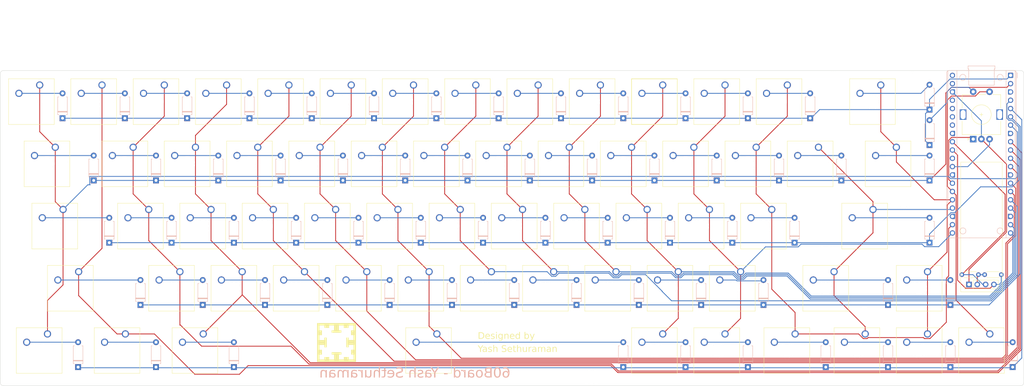
<source format=kicad_pcb>
(kicad_pcb (version 20240108) (generator "pcbnew") (generator_version "8.0")
  (layers (0 "F.Cu" signal) (31 "B.Cu" signal) (34 "B.Paste" user) (35 "F.Paste" user) (36 "B.SilkS" user "B.Silkscreen") (37 "F.SilkS" user "F.Silkscreen") (38 "B.Mask" user) (39 "F.Mask" user) (44 "Edge.Cuts" user))
  (net 0 "")
  (net 1 "col0")
  (net 2 "col1")
  (net 3 "col2")
  (net 4 "col3")
  (net 5 "col4")
  (net 6 "col5")
  (net 7 "col6")
  (net 8 "col7")
  (net 9 "col8")
  (net 10 "col9")
  (net 11 "col10")
  (net 12 "col11")
  (net 13 "col12")
  (net 14 "col13")
  (net 15 "col14")
  (net 16 "col15")
  (net 17 "row0")
  (net 18 "row1")
  (net 19 "row2")
  (net 20 "row3")
  (net 21 "row4")
  (net 22 "Net-(D_0-A)")
  (net 23 "Net-(D_1-A)")
  (net 24 "Net-(D_2-A)")
  (net 25 "Net-(D_3-A)")
  (net 26 "Net-(D_4-A)")
  (net 27 "Net-(D_5-A)")
  (net 28 "Net-(D_6-A)")
  (net 29 "Net-(D_7-A)")
  (net 30 "Net-(D_8-A)")
  (net 31 "Net-(D_9-A)")
  (net 32 "Net-(D_10-A)")
  (net 33 "Net-(D_11-A)")
  (net 34 "Net-(D_12-A)")
  (net 35 "Net-(D_13-A)")
  (net 36 "Net-(D_14-A)")
  (net 37 "Net-(D_15-A)")
  (net 38 "Net-(D_16-A)")
  (net 39 "Net-(D_17-A)")
  (net 40 "Net-(D_18-A)")
  (net 41 "Net-(D_19-A)")
  (net 42 "Net-(D_20-A)")
  (net 43 "Net-(D_21-A)")
  (net 44 "Net-(D_22-A)")
  (net 45 "Net-(D_23-A)")
  (net 46 "Net-(D_24-A)")
  (net 47 "Net-(D_25-A)")
  (net 48 "Net-(D_26-A)")
  (net 49 "Net-(D_27-A)")
  (net 50 "Net-(D_28-A)")
  (net 51 "Net-(D_29-A)")
  (net 52 "Net-(D_30-A)")
  (net 53 "Net-(D_31-A)")
  (net 54 "Net-(D_32-A)")
  (net 55 "Net-(D_33-A)")
  (net 56 "Net-(D_34-A)")
  (net 57 "Net-(D_35-A)")
  (net 58 "Net-(D_36-A)")
  (net 59 "Net-(D_37-A)")
  (net 60 "Net-(D_38-A)")
  (net 61 "Net-(D_39-A)")
  (net 62 "Net-(D_40-A)")
  (net 63 "Net-(D_41-A)")
  (net 64 "Net-(D_42-A)")
  (net 65 "Net-(D_43-A)")
  (net 66 "Net-(D_44-A)")
  (net 67 "Net-(D_45-A)")
  (net 68 "Net-(D_46-A)")
  (net 69 "Net-(D_47-A)")
  (net 70 "Net-(D_48-A)")
  (net 71 "Net-(D_49-A)")
  (net 72 "Net-(D_50-A)")
  (net 73 "Net-(D_51-A)")
  (net 74 "Net-(D_52-A)")
  (net 75 "Net-(D_53-A)")
  (net 76 "Net-(D_54-A)")
  (net 77 "Net-(D_55-A)")
  (net 78 "Net-(D_56-A)")
  (net 79 "Net-(D_57-A)")
  (net 80 "Net-(D_58-A)")
  (net 81 "Net-(D_59-A)")
  (net 82 "Net-(D_60-A)")
  (net 83 "Net-(D_61-A)")
  (net 84 "Net-(D_62-A)")
  (net 85 "Net-(D_63-A)")
  (net 86 "Net-(D_65-A)")
  (net 87 "GND")
  (net 88 "Net-(J1-Pin_4)")
  (net 89 "+5V")
  (net 90 "Net-(J1-Pin_3)")
  (net 91 "1A")
  (net 92 "1B")
  (footprint "Button_Switch_Keyboard:SW_Cherry_MX_1.00u_PCB" (layer "F.Cu") (at 323.4025 137.545)
    (property "Reference" "K_39" (hide yes))
    (property "Value" "KEYSW" (hide yes))
  )
  (footprint "Button_Switch_Keyboard:SW_Cherry_MX_1.00u_PCB" (layer "F.Cu") (at 218.6275 156.595)
    (property "Reference" "K_46" (hide yes))
    (property "Value" "KEYSW" (hide yes))
  )
  (footprint "Button_Switch_Keyboard:SW_Cherry_MX_2.00u_PCB" (layer "F.Cu") (at 356.74 99.445)
    (property "Reference" "K_13" (hide yes))
    (property "Value" "KEYSW" (hide yes))
  )
  (footprint "Button_Switch_Keyboard:SW_Cherry_MX_1.00u_PCB" (layer "F.Cu") (at 199.5775 156.595)
    (property "Reference" "K_45" (hide yes))
    (property "Value" "KEYSW" (hide yes))
  )
  (footprint "Button_Switch_Keyboard:SW_Cherry_MX_1.00u_PCB" (layer "F.Cu") (at 266.2525 137.545)
    (property "Reference" "K_36" (hide yes))
    (property "Value" "KEYSW" (hide yes))
  )
  (footprint "Button_Switch_Keyboard:SW_Cherry_MX_1.00u_PCB" (layer "F.Cu") (at 194.815 99.445)
    (property "Reference" "K_5" (hide yes))
    (property "Value" "KEYSW" (hide yes))
  )
  (footprint "Button_Switch_Keyboard:SW_Cherry_MX_1.00u_PCB" (layer "F.Cu") (at 318.64 118.495)
    (property "Reference" "K_25" (hide yes))
    (property "Value" "KEYSW" (hide yes))
  )
  (footprint "Button_Switch_Keyboard:SW_Cherry_MX_1.00u_PCB" (layer "F.Cu") (at 237.6775 156.595)
    (property "Reference" "K_47" (hide yes))
    (property "Value" "KEYSW" (hide yes))
  )
  (footprint "Button_Switch_Keyboard:SW_Cherry_MX_1.00u_PCB" (layer "F.Cu") (at 271.015 99.445)
    (property "Reference" "K_9" (hide yes))
    (property "Value" "KEYSW" (hide yes))
  )
  (footprint "Button_Switch_Keyboard:SW_Cherry_MX_1.00u_PCB" (layer "F.Cu") (at 304.3525 137.545)
    (property "Reference" "K_38" (hide yes))
    (property "Value" "KEYSW" (hide yes))
  )
  (footprint "Button_Switch_Keyboard:SW_Cherry_MX_1.00u_PCB" (layer "F.Cu") (at 309.115 99.445)
    (property "Reference" "K_11" (hide yes))
    (property "Value" "KEYSW" (hide yes))
  )
  (footprint "Button_Switch_Keyboard:SW_Cherry_MX_2.25u_PCB" (layer "F.Cu") (at 111.47125 156.595)
    (property "Reference" "K_41" (hide yes))
    (property "Value" "KEYSW" (hide yes))
  )
  (footprint "Button_Switch_Keyboard:SW_Cherry_MX_1.00u_PCB" (layer "F.Cu") (at 204.34 118.495)
    (property "Reference" "K_19" (hide yes))
    (property "Value" "KEYSW" (hide yes))
  )
  (footprint "Button_Switch_Keyboard:SW_Cherry_MX_1.00u_PCB" (layer "F.Cu") (at 275.7775 156.595)
    (property "Reference" "K_49" (hide yes))
    (property "Value" "KEYSW" (hide yes))
  )
  (footprint "Button_Switch_Keyboard:SW_Cherry_MX_1.50u_PCB" (layer "F.Cu") (at 104.3275 118.495)
    (property "Reference" "K_14" (hide yes))
    (property "Value" "KEYSW" (hide yes))
  )
  (footprint "Button_Switch_Keyboard:SW_Cherry_MX_2.25u_PCB" (layer "F.Cu") (at 354.35875 137.545)
    (property "Reference" "K_40" (hide yes))
    (property "Value" "KEYSW" (hide yes))
  )
  (footprint "Button_Switch_Keyboard:SW_Cherry_MX_1.00u_PCB" (layer "F.Cu") (at 161.4775 156.595)
    (property "Reference" "K_43" (hide yes))
    (property "Value" "KEYSW" (hide yes))
  )
  (footprint "Button_Switch_Keyboard:SW_Cherry_MX_1.00u_PCB" (layer "F.Cu") (at 290.065 99.445)
    (property "Reference" "K_10" (hide yes))
    (property "Value" "KEYSW" (hide yes))
  )
  (footprint "Button_Switch_Keyboard:SW_Cherry_MX_1.00u_PCB" (layer "F.Cu") (at 313.8775 156.595)
    (property "Reference" "K_51" (hide yes))
    (property "Value" "KEYSW" (hide yes))
  )
  (footprint "Button_Switch_Keyboard:SW_Cherry_MX_1.00u_PCB" (layer "F.Cu") (at 209.1025 137.545)
    (property "Reference" "K_33" (hide yes))
    (property "Value" "KEYSW" (hide yes))
  )
  (footprint "Button_Switch_Keyboard:SW_Cherry_MX_1.00u_PCB" (layer "F.Cu") (at 256.7275 156.595)
    (property "Reference" "K_48" (hide yes))
    (property "Value" "KEYSW" (hide yes))
  )
  (footprint "Button_Switch_Keyboard:SW_Cherry_MX_1.00u_PCB" (layer "F.Cu") (at 290.065 175.645)
    (property "Reference" "K_58" (hide yes))
    (property "Value" "KEYSW" (hide yes))
  )
  (footprint "Button_Switch_Keyboard:SW_Cherry_MX_1.00u_PCB" (layer "F.Cu") (at 185.29 118.495)
    (property "Reference" "K_18" (hide yes))
    (property "Value" "KEYSW" (hide yes))
  )
  (footprint "Button_Switch_Keyboard:SW_Cherry_MX_1.25u_PCB" (layer "F.Cu") (at 149.57125 175.645)
    (property "Reference" "K_56" (hide yes))
    (property "Value" "KEYSW" (hide yes))
  )
  (footprint "Button_Switch_Keyboard:SW_Cherry_MX_1.00u_PCB" (layer "F.Cu") (at 223.39 118.495)
    (property "Reference" "K_20" (hide yes))
    (property "Value" "KEYSW" (hide yes))
  )
  (footprint "Button_Switch_Keyboard:SW_Cherry_MX_1.00u_PCB" (layer "F.Cu") (at 351.9775 175.645)
    (property "Reference" "K_61" (hide yes))
    (property "Value" "KEYSW" (hide yes))
  )
  (footprint "Button_Switch_Keyboard:SW_Cherry_MX_1.00u_PCB" (layer "F.Cu") (at 280.54 118.495)
    (property "Reference" "K_23" (hide yes))
    (property "Value" "KEYSW" (hide yes))
  )
  (footprint "Button_Switch_Keyboard:SW_Cherry_MX_1.00u_PCB" (layer "F.Cu") (at 371.0275 175.645)
    (property "Reference" "K_62" (hide yes))
    (property "Value" "KEYSW" (hide yes))
  )
  (footprint "Button_Switch_Keyboard:SW_Cherry_MX_1.00u_PCB" (layer "F.Cu") (at 294.8275 156.595)
    (property "Reference" "K_50" (hide yes))
    (property "Value" "KEYSW" (hide yes))
  )
  (footprint "SSD1306_OLED:0.91_3D" (layer "F.Cu") (at 383.7125 160.5 90)
    (property "Reference" "J1" (hide yes))
    (property "Value" "OLED_DISPLAY" (hide yes))
  )
  (footprint "Button_Switch_Keyboard:SW_Cherry_MX_1.00u_PCB" (layer "F.Cu") (at 128.14 118.495)
    (property "Reference" "K_15" (hide yes))
    (property "Value" "KEYSW" (hide yes))
  )
  (footprint "Button_Switch_Keyboard:SW_Cherry_MX_1.00u_PCB" (layer "F.Cu") (at 261.49 118.495)
    (property "Reference" "K_22" (hide yes))
    (property "Value" "KEYSW" (hide yes))
  )
  (footprint "Button_Switch_Keyboard:SW_Cherry_MX_1.00u_PCB" (layer "F.Cu") (at 166.24 118.495)
    (property "Reference" "K_17" (hide yes))
    (property "Value" "KEYSW" (hide yes))
  )
  (footprint "Button_Switch_Keyboard:SW_Cherry_MX_1.00u_PCB" (layer "F.Cu") (at 137.665 99.445)
    (property "Reference" "K_2" (hide yes))
    (property "Value" "KEYSW" (hide yes))
  )
  (footprint "Button_Switch_Keyboard:SW_Cherry_MX_1.00u_PCB" (layer "F.Cu") (at 151.9525 137.545)
    (property "Reference" "K_30" (hide yes))
    (property "Value" "KEYSW" (hide yes))
  )
  (footprint "Button_Switch_Keyboard:SW_Cherry_MX_1.50u_PCB" (layer "F.Cu") (at 361.5025 118.495)
    (property "Reference" "K_27" (hide yes))
    (property "Value" "KEYSW" (hide yes))
  )
  (footprint "Button_Switch_Keyboard:SW_Cherry_MX_1.00u_PCB" (layer "F.Cu") (at 242.44 118.495)
    (property "Reference" "K_21" (hide yes))
    (property "Value" "KEYSW" (hide yes))
  )
  (footprint "Button_Switch_Keyboard:SW_Cherry_MX_1.00u_PCB" (layer "F.Cu") (at 132.9025 137.545)
    (property "Reference" "K_29" (hide yes))
    (property "Value" "KEYSW" (hide yes))
  )
  (footprint "Button_Switch_Keyboard:SW_Cherry_MX_1.00u_PCB" (layer "F.Cu") (at 309.115 175.645)
    (property "Reference" "K_59" (hide yes))
    (property "Value" "KEYSW" (hide yes))
  )
  (footprint "Button_Switch_Keyboard:SW_Cherry_MX_1.00u_PCB" (layer "F.Cu") (at 337.69 118.495)
    (property "Reference" "K_26" (hide yes))
    (property "Value" "KEYSW" (hide yes))
  )
  (footprint "Button_Switch_Keyboard:SW_Cherry_MX_1.00u_PCB" (layer "F.Cu") (at 371.0275 156.595)
    (property "Reference" "K_53" (hide yes))
    (property "Value" "KEYSW" (hide yes))
  )
  (footprint "Resistor_THT:R_Axial_DIN0204_L3.6mm_D1.6mm_P5.08mm_Horizontal" (layer "F.Cu") (at 388.5 157.5)
    (property "Reference" "R1" (hide yes))
    (property "Value" "4.7k" (hide yes))
  )
  (footprint "Button_Switch_Keyboard:SW_Cherry_MX_1.00u_PCB" (layer "F.Cu") (at 251.965 99.445)
    (property "Reference" "K_8" (hide yes))
    (property "Value" "KEYSW" (hide yes))
  )
  (footprint "Button_Switch_Keyboard:SW_Cherry_MX_1.00u_PCB" (layer "F.Cu") (at 171.0025 137.545)
    (property "Reference" "K_31" (hide yes))
    (property "Value" "KEYSW" (hide yes))
  )
  (footprint "Button_Switch_Keyboard:SW_Cherry_MX_1.00u_PCB" (layer "F.Cu") (at 118.615 99.445)
    (property "Reference" "K_1" (hide yes))
    (property "Value" "KEYSW" (hide yes))
  )
  (footprint "Button_Switch_Keyboard:SW_Cherry_MX_1.25u_PCB" (layer "F.Cu") (at 330.54625 175.645)
    (property "Reference" "K_60" (hide yes))
    (property "Value" "KEYSW" (hide yes))
  )
  (footprint "Button_Switch_Keyboard:SW_Cherry_MX_1.25u_PCB" (layer "F.Cu") (at 125.75875 175.645)
    (property "Reference" "K_55" (hide yes))
    (property "Value" "KEYSW" (hide yes))
  )
  (footprint "Button_Switch_Keyboard:SW_Cherry_MX_1.00u_PCB" (layer "F.Cu") (at 156.715 99.445)
    (property "Reference" "K_3" (hide yes))
    (property "Value" "KEYSW" (hide yes))
  )
  (footprint "Button_Switch_Keyboard:SW_Cherry_MX_1.00u_PCB" (layer "F.Cu") (at 285.3025 137.545)
    (property "Reference" "K_37" (hide yes))
    (property "Value" "KEYSW" (hide yes))
  )
  (footprint "Rotary_Encoder:RotaryEncoder_Alps_EC11E-Switch_Vertical_H20mm" (layer "F.Cu") (at 385 116 90)
    (property "Reference" "SW1" (hide yes))
    (property "Value" "RotaryEncoder_Switch" (hide yes))
  )
  (footprint "Button_Switch_Keyboard:SW_Cherry_MX_1.00u_PCB" (layer "F.Cu") (at 232.915 99.445)
    (property "Reference" "K_7" (hide yes))
    (property "Value" "KEYSW" (hide yes))
  )
  (footprint "Button_Switch_Keyboard:SW_Cherry_MX_1.75u_PCB" (layer "F.Cu") (at 106.70875 137.545)
    (property "Reference" "K_28" (hide yes))
    (property "Value" "KEYSW" (hide yes))
  )
  (footprint "Button_Switch_Keyboard:SW_Cherry_MX_1.00u_PCB" (layer "F.Cu") (at 328.165 99.445)
    (property "Reference" "K_12" (hide yes))
    (property "Value" "KEYSW" (hide yes))
  )
  (footprint "Button_Switch_Keyboard:SW_Cherry_MX_1.25u_PCB" (layer "F.Cu") (at 101.94625 175.645)
    (property "Reference" "K_54" (hide yes))
    (property "Value" "KEYSW" (hide yes))
  )
  (footprint "Button_Switch_Keyboard:SW_Cherry_MX_1.00u_PCB" (layer "F.Cu") (at 213.865 99.445)
    (property "Reference" "K_6" (hide yes))
    (property "Value" "KEYSW" (hide yes))
  )
  (footprint "Button_Switch_Keyboard:SW_Cherry_MX_1.00u_PCB" (layer "F.Cu") (at 299.59 118.495)
    (property "Reference" "K_24" (hide yes))
    (property "Value" "KEYSW" (hide yes))
  )
  (footprint "Button_Switch_Keyboard:SW_Cherry_MX_1.00u_PCB" (layer "F.Cu") (at 190.0525 137.545)
    (property "Reference" "K_32" (hide yes))
    (property "Value" "KEYSW" (hide yes))
  )
  (footprint "Button_Switch_Keyboard:SW_Cherry_MX_1.00u_PCB" (layer "F.Cu") (at 228.1525 137.545)
    (property "Reference" "K_34" (hide yes))
    (property "Value" "KEYSW" (hide yes))
  )
  (footprint "Button_Switch_Keyboard:SW_Cherry_MX_1.00u_PCB" (layer "F.Cu") (at 390.0775 175.645)
    (property "Reference" "K_63" (hide yes))
    (property "Value" "KEYSW" (hide yes))
  )
  (footprint "Button_Switch_Keyboard:SW_Cherry_MX_1.00u_PCB" (layer "F.Cu") (at 142.4275 156.595)
    (property "Reference" "K_42" (hide yes))
    (property "Value" "KEYSW" (hide yes))
  )
  (footprint "Button_Switch_Keyboard:SW_Cherry_MX_1.00u_PCB" (layer "F.Cu") (at 99.565 99.445)
    (property "Reference" "K_0" (hide yes))
    (property "Value" "KEYSW" (hide yes))
  )
  (footprint "Button_Switch_Keyboard:SW_Cherry_MX_6.25u_PCB" (layer "F.Cu") (at 221.009 175.645)
    (property "Reference" "K_57" (hide yes))
    (property "Value" "KEYSW" (hide yes))
  )
  (footprint "Button_Switch_Keyboard:SW_Cherry_MX_1.00u_PCB" (layer "F.Cu") (at 175.765 99.445)
    (property "Reference" "K_4" (hide yes))
    (property "Value" "KEYSW" (hide yes))
  )
  (footprint "Button_Switch_Keyboard:SW_Cherry_MX_1.00u_PCB" (layer "F.Cu") (at 180.5275 156.595)
    (property "Reference" "K_44" (hide yes))
    (property "Value" "KEYSW" (hide yes))
  )
  (footprint "Resistor_THT:R_Axial_DIN0204_L3.6mm_D1.6mm_P5.08mm_Horizontal" (layer "F.Cu") (at 386.6 157.5 180)
    (property "Reference" "R2" (hide yes))
    (property "Value" "4.7k" (hide yes))
  )
  (footprint "Button_Switch_Keyboard:SW_Cherry_MX_2.00u_PCB" (layer "F.Cu") (at 342.4525 156.595)
    (property "Reference" "K_52" (hide yes))
    (property "Value" "KEYSW" (hide yes))
  )
  (footprint "Button_Switch_Keyboard:SW_Cherry_MX_1.00u_PCB" (layer "F.Cu") (at 247.2025 137.545)
    (property "Reference" "K_35" (hide yes))
    (property "Value" "KEYSW" (hide yes))
  )
  (footprint "Button_Switch_Keyboard:SW_Cherry_MX_1.00u_PCB" (layer "F.Cu") (at 147.19 118.495)
    (property "Reference" "K_16" (hide yes))
    (property "Value" "KEYSW" (hide yes))
  )
  (footprint "Diode_THT:D_A-405_P7.62mm_Horizontal" (layer "B.Cu") (at 330.3875 147.705 90)
    (property "Reference" "D_39" (hide yes))
    (property "Value" "D" (hide yes))
  )
  (footprint "Diode_THT:D_A-405_P7.62mm_Horizontal" (layer "B.Cu") (at 292.2875 147.705 90)
    (property "Reference" "D_37" (hide yes))
    (property "Value" "D" (hide yes))
  )
  (footprint "Diode_THT:D_A-405_P7.62mm_Horizontal" (layer "B.Cu") (at 149.4125 166.755 90)
    (property "Reference" "D_42" (hide yes))
    (property "Value" "D" (hide yes))
  )
  (footprint "Diode_THT:D_A-405_P7.62mm_Horizontal" (layer "B.Cu") (at 135.125 185.805 90)
    (property "Reference" "D_55" (hide yes))
    (property "Value" "D" (hide yes))
  )
  (footprint "Diode_THT:D_A-405_P7.62mm_Horizontal" (layer "B.Cu") (at 358.9625 185.805 90)
    (property "Reference" "D_61" (hide yes))
    (property "Value" "D" (hide yes))
  )
  (footprint "Diode_THT:D_A-405_P7.62mm_Horizontal" (layer "B.Cu") (at 371.65 117.81 90)
    (property "Reference" "D_65" (hide yes))
    (property "Value" "D" (hide yes))
  )
  (footprint "Diode_THT:D_A-405_P7.62mm_Horizontal" (layer "B.Cu") (at 306.575 128.655 90)
    (property "Reference" "D_24" (hide yes))
    (property "Value" "D" (hide yes))
  )
  (footprint "Diode_THT:D_A-405_P7.62mm_Horizontal" (layer "B.Cu") (at 268.475 128.655 90)
    (property "Reference" "D_22" (hide yes))
    (property "Value" "D" (hide yes))
  )
  (footprint "Diode_THT:D_A-405_P7.62mm_Horizontal" (layer "B.Cu") (at 106.55 109.605 90)
    (property "Reference" "D_0" (hide yes))
    (property "Value" "D" (hide yes))
  )
  (footprint "Diode_THT:D_A-405_P7.62mm_Horizontal" (layer "B.Cu") (at 173.225 128.655 90)
    (property "Reference" "D_17" (hide yes))
    (property "Value" "D" (hide yes))
  )
  (footprint "Diode_THT:D_A-405_P7.62mm_Horizontal" (layer "B.Cu") (at 125.6 109.605 90)
    (property "Reference" "D_1" (hide yes))
    (property "Value" "D" (hide yes))
  )
  (footprint "Diode_THT:D_A-405_P7.62mm_Horizontal" (layer "B.Cu") (at 339.9125 185.805 90)
    (property "Reference" "D_60" (hide yes))
    (property "Value" "D" (hide yes))
  )
  (footprint "Diode_THT:D_A-405_P7.62mm_Horizontal" (layer "B.Cu") (at 254.1875 147.705 90)
    (property "Reference" "D_35" (hide yes))
    (property "Value" "D" (hide yes))
  )
  (footprint "Diode_THT:D_A-405_P7.62mm_Horizontal" (layer "B.Cu") (at 397.0625 185.805 90)
    (property "Reference" "D_63" (hide yes))
    (property "Value" "D" (hide yes))
  )
  (footprint "Diode_THT:D_A-405_P7.62mm_Horizontal" (layer "B.Cu") (at 278 109.605 90)
    (property "Reference" "D_9" (hide yes))
    (property "Value" "D" (hide yes))
  )
  (footprint "RaspberryPi_Pico_KiLime:RaspberryPi_Pico_Common_THT" (layer "B.Cu") (at 387.5375 120.61 180)
    (property "Reference" "U1" (hide yes))
    (property "Value" "Pico" (hide yes))
  )
  (footprint "Diode_THT:D_A-405_P7.62mm_Horizontal" (layer "B.Cu") (at 144.65 109.605 90)
    (property "Reference" "D_2" (hide yes))
    (property "Value" "D" (hide yes))
  )
  (footprint "Diode_THT:D_A-405_P7.62mm_Horizontal" (layer "B.Cu") (at 335.15 109.605 90)
    (property "Reference" "D_12" (hide yes))
    (property "Value" "D" (hide yes))
  )
  (footprint "Diode_THT:D_A-405_P7.62mm_Horizontal" (layer "B.Cu") (at 187.5125 166.755 90)
    (property "Reference" "D_44" (hide yes))
    (property "Value" "D" (hide yes))
  )
  (footprint "Diode_THT:D_A-405_P7.62mm_Horizontal" (layer "B.Cu") (at 344.675 128.655 90)
    (property "Reference" "D_26" (hide yes))
    (property "Value" "D" (hide yes))
  )
  (footprint "Diode_THT:D_A-405_P7.62mm_Horizontal" (layer "B.Cu") (at 177.9875 147.705 90)
    (property "Reference" "D_31" (hide yes))
    (property "Value" "D" (hide yes))
  )
  (footprint "Diode_THT:D_A-405_P7.62mm_Horizontal" (layer "B.Cu") (at 154.175 128.655 90)
    (property "Reference" "D_16" (hide yes))
    (property "Value" "D" (hide yes))
  )
  (footprint "Diode_THT:D_A-405_P7.62mm_Horizontal" (layer "B.Cu") (at 216.0875 147.705 90)
    (property "Reference" "D_33" (hide yes))
    (property "Value" "D" (hide yes))
  )
  (footprint "Diode_THT:D_A-405_P7.62mm_Horizontal" (layer "B.Cu") (at 378.0125 185.805 90)
    (property "Reference" "D_62" (hide yes))
    (property "Value" "D" (hide yes))
  )
  (footprint "Diode_THT:D_A-405_P7.62mm_Horizontal" (layer "B.Cu") (at 230.375 128.655 90)
    (property "Reference" "D_20" (hide yes))
    (property "Value" "D" (hide yes))
  )
  (footprint "Diode_THT:D_A-405_P7.62mm_Horizontal" (layer "B.Cu") (at 201.8 109.605 90)
    (property "Reference" "D_5" (hide yes))
    (property "Value" "D" (hide yes))
  )
  (footprint "Diode_THT:D_A-405_P7.62mm_Horizontal" (layer "B.Cu") (at 168.4625 166.755 90)
    (property "Reference" "D_43" (hide yes))
    (property "Value" "D" (hide yes))
  )
  (footprint "Diode_THT:D_A-405_P7.62mm_Horizontal" (layer "B.Cu") (at 297.05 185.805 90)
    (property "Reference" "D_58" (hide yes))
    (property "Value" "D" (hide yes))
  )
  (footprint "Diode_THT:D_A-405_P7.62mm_Horizontal" (layer "B.Cu") (at 325.625 128.655 90)
    (property "Reference" "D_25" (hide yes))
    (property "Value" "D" (hide yes))
  )
  (footprint "Diode_THT:D_A-405_P7.62mm_Horizontal" (layer "B.Cu") (at 258.95 109.605 90)
    (property "Reference" "D_8" (hide yes))
    (property "Value" "D" (hide yes))
  )
  (footprint "Diode_THT:D_A-405_P7.62mm_Horizontal" (layer "B.Cu") (at 358.9625 166.755 90)
    (property "Reference" "D_52" (hide yes))
    (property "Value" "D" (hide yes))
  )
  (footprint "Diode_THT:D_A-405_P7.62mm_Horizontal" (layer "B.Cu") (at 244.6625 166.755 90)
    (property "Reference" "D_47" (hide yes))
    (property "Value" "D" (hide yes))
  )
  (footprint "Diode_THT:D_A-405_P7.62mm_Horizontal" (layer "B.Cu") (at 273.2375 147.705 90)
    (property "Reference" "D_36" (hide yes))
    (property "Value" "D" (hide yes))
  )
  (footprint "Diode_THT:D_A-405_P7.62mm_Horizontal" (layer "B.Cu") (at 263.7125 166.755 90)
    (property "Reference" "D_48" (hide yes))
    (property "Value" "D" (hide yes))
  )
  (footprint "Diode_THT:D_A-405_P7.62mm_Horizontal" (layer "B.Cu") (at 130.3625 166.755 90)
    (property "Reference" "D_41" (hide yes))
    (property "Value" "D" (hide yes))
  )
  (footprint "Diode_THT:D_A-405_P7.62mm_Horizontal" (layer "B.Cu") (at 297.05 109.605 90)
    (property "Reference" "D_10" (hide yes))
    (property "Value" "D" (hide yes))
  )
  (footprint "Diode_THT:D_A-405_P7.62mm_Horizontal" (layer "B.Cu") (at 182.75 109.605 90)
    (property "Reference" "D_4" (hide yes))
    (property "Value" "D" (hide yes))
  )
  (footprint "Diode_THT:D_A-405_P7.62mm_Horizontal" (layer "B.Cu") (at 225.6125 166.755 90)
    (property "Reference" "D_46" (hide yes))
    (property "Value" "D" (hide yes))
  )
  (footprint "Diode_THT:D_A-405_P7.62mm_Horizontal" (layer "B.Cu") (at 371.65 106.965 90)
    (property "Reference" "D_13" (hide yes))
    (property "Value" "D" (hide yes))
  )
  (footprint "Diode_THT:D_A-405_P7.62mm_Horizontal" (layer "B.Cu") (at 120.8375 147.705 90)
    (property "Reference" "D_28" (hide yes))
    (property "Value" "D" (hide yes))
  )
  (footprint "Diode_THT:D_A-405_P7.62mm_Horizontal" (layer "B.Cu") (at 135.125 128.655 90)
    (property "Reference" "D_15" (hide yes))
    (property "Value" "D" (hide yes))
  )
  (footprint "Diode_THT:D_A-405_P7.62mm_Horizontal" (layer "B.Cu") (at 206.5625 166.755 90)
    (property "Reference" "D_45" (hide yes))
    (property "Value" "D" (hide yes))
  )
  (footprint "Diode_THT:D_A-405_P7.62mm_Horizontal" (layer "B.Cu") (at 371.65 147.705 90)
    (property "Reference" "D_40" (hide yes))
    (property "Value" "D" (hide yes))
  )
  (footprint "Diode_THT:D_A-405_P7.62mm_Horizontal" (layer "B.Cu") (at 211.325 128.655 90)
    (property "Reference" "D_19" (hide yes))
    (property "Value" "D" (hide yes))
  )
  (footprint "Diode_THT:D_A-405_P7.62mm_Horizontal" (layer "B.Cu") (at 311.3375 147.705 90)
    (property "Reference" "D_38" (hide yes))
    (property "Value" "D" (hide yes))
  )
  (footprint "Diode_THT:D_A-405_P7.62mm_Horizontal" (layer "B.Cu") (at 111.3125 185.805 90)
    (property "Reference" "D_54" (hide yes))
    (property "Value" "D" (hide yes))
  )
  (footprint "Diode_THT:D_A-405_P7.62mm_Horizontal" (layer "B.Cu") (at 282.7625 166.755 90)
    (property "Reference" "D_49" (hide yes))
    (property "Value" "D" (hide yes))
  )
  (footprint "Diode_THT:D_A-405_P7.62mm_Horizontal" (layer "B.Cu") (at 278 185.805 90)
    (property "Reference" "D_57" (hide yes))
    (property "Value" "D" (hide yes))
  )
  (footprint "Diode_THT:D_A-405_P7.62mm_Horizontal" (layer "B.Cu") (at 316.1 109.605 90)
    (property "Reference" "D_11" (hide yes))
    (property "Value" "D" (hide yes))
  )
  (footprint "Diode_THT:D_A-405_P7.62mm_Horizontal" (layer "B.Cu") (at 235.1375 147.705 90)
    (property "Reference" "D_34" (hide yes))
    (property "Value" "D" (hide yes))
  )
  (footprint "Diode_THT:D_A-405_P7.62mm_Horizontal" (layer "B.Cu") (at 320.8625 166.755 90)
    (property "Reference" "D_51" (hide yes))
    (property "Value" "D" (hide yes))
  )
  (footprint "Diode_THT:D_A-405_P7.62mm_Horizontal" (layer "B.Cu") (at 378.0125 166.755 90)
    (property "Reference" "D_53" (hide yes))
    (property "Value" "D" (hide yes))
  )
  (footprint "Diode_THT:D_A-405_P7.62mm_Horizontal" (layer "B.Cu") (at 371.6495 128.655 90)
    (property "Reference" "D_27" (hide yes))
    (property "Value" "D" (hide yes))
  )
  (footprint "Diode_THT:D_A-405_P7.62mm_Horizontal" (layer "B.Cu") (at 220.85 109.605 90)
    (property "Reference" "D_6" (hide yes))
    (property "Value" "D" (hide yes))
  )
  (footprint "Diode_THT:D_A-405_P7.62mm_Horizontal" (layer "B.Cu") (at 239.9 109.605 90)
    (property "Reference" "D_7" (hide yes))
    (property "Value" "D" (hide yes))
  )
  (footprint "Diode_THT:D_A-405_P7.62mm_Horizontal" (layer "B.Cu") (at 158.9375 147.705 90)
    (property "Reference" "D_30" (hide yes))
    (property "Value" "D" (hide yes))
  )
  (footprint "Diode_THT:D_A-405_P7.62mm_Horizontal" (layer "B.Cu") (at 116.075 128.655 90)
    (property "Reference" "D_14" (hide yes))
    (property "Value" "D" (hide yes))
  )
  (footprint "Diode_THT:D_A-405_P7.62mm_Horizontal" (layer "B.Cu") (at 249.425 128.655 90)
    (property "Reference" "D_21" (hide yes))
    (property "Value" "D" (hide yes))
  )
  (footprint "Diode_THT:D_A-405_P7.62mm_Horizontal" (layer "B.Cu") (at 163.7 109.605 90)
    (property "Reference" "D_3" (hide yes))
    (property "Value" "D" (hide yes))
  )
  (footprint "Diode_THT:D_A-405_P7.62mm_Horizontal" (layer "B.Cu") (at 197.0375 147.705 90)
    (property "Reference" "D_32" (hide yes))
    (property "Value" "D" (hide yes))
  )
  (footprint "Diode_THT:D_A-405_P7.62mm_Horizontal" (layer "B.Cu") (at 192.275 128.655 90)
    (property "Reference" "D_18" (hide yes))
    (property "Value" "D" (hide yes))
  )
  (footprint "Diode_THT:D_A-405_P7.62mm_Horizontal" (layer "B.Cu") (at 301.8125 166.755 90)
    (property "Reference" "D_50" (hide yes))
    (property "Value" "D" (hide yes))
  )
  (footprint "Diode_THT:D_A-405_P7.62mm_Horizontal" (layer "B.Cu") (at 316.1 185.805 90)
    (property "Reference" "D_59" (hide yes))
    (property "Value" "D" (hide yes))
  )
  (footprint "Diode_THT:D_A-405_P7.62mm_Horizontal" (layer "B.Cu") (at 139.8875 147.705 90)
    (property "Reference" "D_29" (hide yes))
    (property "Value" "D" (hide yes))
  )
  (footprint "Diode_THT:D_A-405_P7.62mm_Horizontal" (layer "B.Cu") (at 287.525 128.655 90)
    (property "Reference" "D_23" (hide yes))
    (property "Value" "D" (hide yes))
  )
  (footprint "Diode_THT:D_A-405_P7.62mm_Horizontal" (layer "B.Cu") (at 158.9375 185.805 90)
    (property "Reference" "D_56" (hide yes))
    (property "Value" "D" (hide yes))
  )
  (gr_rect (start 280.54 97.54) (end 294.51 111.51) (stroke (width 0.15)) (fill none) (layer "F.SilkS"))
  (gr_rect (start 381.1625 123.06675) (end 393.8625 162.75425) (stroke (width 0.1)) (fill none) (layer "F.SilkS"))
  (gr_poly (pts (xy 196.281021 184.220417) (xy 184.374771 184.220417) (xy 184.374771 174.549896) (xy 185.115605 174.549896) (xy 185.856438 174.549896) (xy 185.856438 176.031563) (xy 185.115605 176.031563) (xy 185.115605 177.526458) (xy 186.597271 177.526458) (xy 186.597271 176.785625) (xy 187.338104 176.785625) (xy 187.338104 179.748959) (xy 186.597271 179.748959) (xy 186.597271 179.008125) (xy 185.115605 179.008125) (xy 185.115605 180.503021) (xy 185.856438 180.503021) (xy 185.856438 181.984688) (xy 185.115605 181.984688) (xy 185.115605 183.466353) (xy 186.6105 183.466353) (xy 186.6105 182.72552) (xy 188.092167 182.72552) (xy 188.092167 183.466353) (xy 189.587062 183.466353) (xy 189.587062 181.984688) (xy 188.846229 181.984688) (xy 188.846229 181.243855) (xy 191.809563 181.243855) (xy 191.809563 181.984688) (xy 191.068729 181.984688) (xy 191.068729 183.453125) (xy 192.563625 183.453125) (xy 192.563625 182.712292) (xy 194.045292 182.712292) (xy 194.045292 183.453125) (xy 195.526957 183.453125) (xy 195.526957 181.971458) (xy 194.786124 181.971458) (xy 194.786124 180.489792) (xy 195.526957 180.489792) (xy 195.526957 178.994896) (xy 194.045292 178.994896) (xy 194.045292 179.73573) (xy 193.304459 179.73573) (xy 193.304459 176.759167) (xy 194.045292 176.759167) (xy 194.045292 177.5) (xy 195.5005 177.5) (xy 195.5005 176.018334) (xy 194.759666 176.018334) (xy 194.759666 174.536667) (xy 195.5005 174.536667) (xy 195.5005 173.055001) (xy 194.018833 173.055001) (xy 194.018833 173.795834) (xy 192.537167 173.795834) (xy 192.537167 173.055001) (xy 191.0555 173.055001) (xy 191.0555 174.536667) (xy 191.796334 174.536667) (xy 191.796334 175.2775) (xy 188.819771 175.2775) (xy 188.819771 174.536667) (xy 189.560604 174.536667) (xy 189.560604 173.055001) (xy 188.078938 173.055001) (xy 188.078938 173.795834) (xy 186.597271 173.795834) (xy 186.597271 173.055001) (xy 185.115605 173.055001) (xy 185.115605 174.549896) (xy 184.374771 174.549896) (xy 184.374771 172.314167) (xy 196.281021 172.314167)) (stroke (width -0.000001)) (fill solid) (layer "F.SilkS"))
  (gr_line (start 87.5005 96) (end 87.5005 189.25) (stroke (width 0.1)) (layer "Edge.Cuts"))
  (gr_arc (start 400.499393 190.5) (mid 400.206499 191.207104) (end 399.499393 191.5) (stroke (width 0.1)) (layer "Edge.Cuts"))
  (gr_arc (start 87.5005 96) (mid 87.793393 95.292893) (end 88.5005 95) (stroke (width 0.1)) (layer "Edge.Cuts"))
  (gr_line (start 399.4995 95) (end 88.5005 95) (stroke (width 0.1)) (layer "Edge.Cuts"))
  (gr_line (start 400.5 189.25) (end 400.5 96) (stroke (width 0.1)) (layer "Edge.Cuts"))
  (gr_line (start 400.5 189.25) (end 400.499393 190.5) (stroke (width 0.1)) (layer "Edge.Cuts"))
  (gr_arc (start 88.5 191.5) (mid 87.792893 191.207107) (end 87.5 190.5) (stroke (width 0.1)) (layer "Edge.Cuts"))
  (gr_arc (start 399.5 95) (mid 400.207107 95.292893) (end 400.5 96) (stroke (width 0.1)) (layer "Edge.Cuts"))
  (gr_line (start 87.5005 189.25) (end 87.5 190.5) (stroke (width 0.1)) (layer "Edge.Cuts"))
  (gr_line (start 88.5 191.5) (end 399.499 191.5) (stroke (width 0.1)) (layer "Edge.Cuts"))
  (gr_text "60Board - Yash Sethuraman" (at 243.5 189.5 0) (layer "B.SilkS") (effects (font (size 3 3)) (justify left bottom mirror)))
  (gr_text "Yash Sethuraman" (at 233.5005 181.5 0) (layer "F.SilkS") (effects (font (size 2 2) (thickness 0.375)) (justify left bottom)))
  (gr_text "Designed by" (at 233.5005 177.5 0) (layer "F.SilkS") (effects (font (size 2 2) (thickness 0.375)) (justify left bottom)))
  (segment (start 104.3275 118.495) (end 104.3275 135.16375) (width 0.25) (layer "F.Cu") (net 1))
  (segment (start 106.70875 137.545) (end 106.70875 160.62875) (width 0.25) (layer "F.Cu") (net 1))
  (segment (start 106.70875 160.62875) (end 101.94625 165.39125) (width 0.25) (layer "F.Cu") (net 1))
  (segment (start 101.94625 165.39125) (end 101.94625 175.645) (width 0.25) (layer "F.Cu") (net 1))
  (segment (start 104.3275 135.16375) (end 106.70875 137.545) (width 0.25) (layer "F.Cu") (net 1))
  (segment (start 99.565 99.445) (end 99.565 113.7325) (width 0.25) (layer "F.Cu") (net 1))
  (segment (start 99.565 113.7325) (end 104.3275 118.495) (width 0.25) (layer "F.Cu") (net 1))
  (segment (start 377.43 127.43) (end 378.095031 128.095031) (width 0.25) (layer "B.Cu") (net 1))
  (segment (start 114.85 129.85) (end 114.85 127.43) (width 0.25) (layer "B.Cu") (net 1))
  (segment (start 115 130) (end 114.85 129.85) (width 0.25) (layer "B.Cu") (net 1))
  (segment (start 396.4275 111.983833) (end 396.4275 111.72) (width 0.25) (layer "B.Cu") (net 1))
  (segment (start 378.095031 128.095031) (end 397.904969 128.095031) (width 0.25) (layer "B.Cu") (net 1))
  (segment (start 398.5 127.5) (end 398.5 113.7925) (width 0.25) (layer "B.Cu") (net 1))
  (segment (start 106.70875 137.545) (end 114.25375 130) (width 0.25) (layer "B.Cu") (net 1))
  (segment (start 397.904969 128.095031) (end 398.5 127.5) (width 0.25) (layer "B.Cu") (net 1))
  (segment (start 114.85 127.43) (end 377.43 127.43) (width 0.25) (layer "B.Cu") (net 1))
  (segment (start 114.25375 130) (end 115 130) (width 0.25) (layer "B.Cu") (net 1))
  (segment (start 398.5 113.7925) (end 396.4275 111.72) (width 0.25) (layer "B.Cu") (net 1))
  (segment (start 163.286896 185.35) (end 274.214104 185.35) (width 0.25) (layer "F.Cu") (net 2))
  (segment (start 118.615 99.445) (end 118.615 149.45125) (width 0.25) (layer "F.Cu") (net 2))
  (segment (start 111.47125 163.913757) (end 123.202493 175.645) (width 0.25) (layer "F.Cu") (net 2))
  (segment (start 147.0005 188) (end 160.636896 188) (width 0.25) (layer "F.Cu") (net 2))
  (segment (start 118.615 149.45125) (end 111.47125 156.595) (width 0.25) (layer "F.Cu") (net 2))
  (segment (start 274.214104 185.35) (end 276.344104 187.48) (width 0.25) (layer "F.Cu") (net 2))
  (segment (start 399.85 180.33198) (end 399.85 120.185031) (width 0.25) (layer "F.Cu") (net 2))
  (segment (start 276.344104 187.48) (end 392.70198 187.48) (width 0.25) (layer "F.Cu") (net 2))
  (segment (start 125.75875 175.645) (end 134.6455 175.645) (width 0.25) (layer "F.Cu") (net 2))
  (segment (start 134.6455 175.645) (end 147.0005 188) (width 0.25) (layer "F.Cu") (net 2))
  (segment (start 111.47125 156.595) (end 111.47125 163.913757) (width 0.25) (layer "F.Cu") (net 2))
  (segment (start 399.85 120.185031) (end 396.464969 116.8) (width 0.25) (layer "F.Cu") (net 2))
  (segment (start 392.70198 187.48) (end 399.85 180.33198) (width 0.25) (layer "F.Cu") (net 2))
  (segment (start 160.636896 188) (end 163.286896 185.35) (width 0.25) (layer "F.Cu") (net 2))
  (segment (start 123.202493 175.645) (end 125.75875 175.645) (width 0.25) (layer "F.Cu") (net 2))
  (segment (start 149.075007 179.41) (end 176.4105 179.41) (width 0.25) (layer "F.Cu") (net 3))
  (segment (start 142.4275 156.595) (end 142.4275 172.927) (width 0.25) (layer "F.Cu") (net 3))
  (segment (start 276.5305 187.03) (end 392.515584 187.03) (width 0.25) (layer "F.Cu") (net 3))
  (segment (start 181.9005 184.9) (end 274.4005 184.9) (width 0.25) (layer "F.Cu") (net 3))
  (segment (start 132.9025 147.07) (end 142.4275 156.595) (width 0.25) (layer "F.Cu") (net 3))
  (segment (start 142.592007 172.927) (end 149.075007 179.41) (width 0.25) (layer "F.Cu") (net 3))
  (segment (start 128.14 118.495) (end 128.14 132.7825) (width 0.25) (layer "F.Cu") (net 3))
  (segment (start 128.14 132.7825) (end 132.9025 137.545) (width 0.25) (layer "F.Cu") (net 3))
  (segment (start 142.4275 172.927) (end 142.592007 172.927) (width 0.25) (layer "F.Cu") (net 3))
  (segment (start 137.665 99.445) (end 137.665 108.97) (width 0.25) (layer "F.Cu") (net 3))
  (segment (start 392.515584 187.03) (end 399.4 180.145584) (width 0.25) (layer "F.Cu") (net 3))
  (segment (start 274.4005 184.9) (end 276.5305 187.03) (width 0.25) (layer "F.Cu") (net 3))
  (segment (start 176.4105 179.41) (end 181.9005 184.9) (width 0.25) (layer "F.Cu") (net 3))
  (segment (start 137.665 108.97) (end 128.14 118.495) (width 0.25) (layer "F.Cu") (net 3))
  (segment (start 132.9025 137.545) (end 132.9025 147.07) (width 0.25) (layer "F.Cu") (net 3))
  (segment (start 399.4 180.145584) (end 399.4 122.275031) (width 0.25) (layer "F.Cu") (net 3))
  (segment (start 399.4 122.275031) (end 396.464969 119.34) (width 0.25) (layer "F.Cu") (net 3))
  (segment (start 161.4775 163.73875) (end 149.57125 175.645) (width 0.25) (layer "F.Cu") (net 4))
  (segment (start 394.459188 184.45) (end 398.95 179.959188) (width 0.25) (layer "F.Cu") (net 4))
  (segment (start 151.9525 147.07) (end 161.4775 156.595) (width 0.25) (layer "F.Cu") (net 4))
  (segment (start 398.95 179.959188) (end 398.95 124.365031) (width 0.25) (layer "F.Cu") (net 4))
  (segment (start 161.4775 156.595) (end 161.4775 163.73875) (width 0.25) (layer "F.Cu") (net 4))
  (segment (start 182.268698 184.45) (end 394.459188 184.45) (width 0.25) (layer "F.Cu") (net 4))
  (segment (start 151.9525 137.545) (end 151.9525 147.07) (width 0.25) (layer "F.Cu") (net 4))
  (segment (start 156.715 105.343757) (end 147.19 114.868757) (width 0.25) (layer "F.Cu") (net 4))
  (segment (start 398.95 124.365031) (end 396.464969 121.88) (width 0.25) (layer "F.Cu") (net 4))
  (segment (start 147.19 114.868757) (end 147.19 118.495) (width 0.25) (layer "F.Cu") (net 4))
  (segment (start 147.19 118.495) (end 147.19 132.7825) (width 0.25) (layer "F.Cu") (net 4))
  (segment (start 161.557448 163.73875) (end 182.268698 184.45) (width 0.25) (layer "F.Cu") (net 4))
  (segment (start 161.4775 163.73875) (end 161.557448 163.73875) (width 0.25) (layer "F.Cu") (net 4))
  (segment (start 156.715 99.445) (end 156.715 105.343757) (width 0.25) (layer "F.Cu") (net 4))
  (segment (start 147.19 132.7825) (end 151.9525 137.545) (width 0.25) (layer "F.Cu") (net 4))
  (segment (start 180.5275 156.595) (end 207.9325 184) (width 0.25) (layer "F.Cu") (net 5))
  (segment (start 171.0025 137.545) (end 171.0025 147.07) (width 0.25) (layer "F.Cu") (net 5))
  (segment (start 175.765 108.97) (end 166.24 118.495) (width 0.25) (layer "F.Cu") (net 5))
  (segment (start 175.765 99.445) (end 175.765 108.97) (width 0.25) (layer "F.Cu") (net 5))
  (segment (start 166.24 118.495) (end 166.24 132.7825) (width 0.25) (layer "F.Cu") (net 5))
  (segment (start 207.9325 184) (end 394.272792 184) (width 0.25) (layer "F.Cu") (net 5))
  (segment (start 166.24 132.7825) (end 171.0025 137.545) (width 0.25) (layer "F.Cu") (net 5))
  (segment (start 171.0025 147.07) (end 180.5275 156.595) (width 0.25) (layer "F.Cu") (net 5))
  (segment (start 398.5 126.455031) (end 396.464969 124.42) (width 0.25) (layer "F.Cu") (net 5))
  (segment (start 398.5 179.772792) (end 398.5 126.455031) (width 0.25) (layer "F.Cu") (net 5))
  (segment (start 394.272792 184) (end 398.5 179.772792) (width 0.25) (layer "F.Cu") (net 5))
  (segment (start 190.0525 147.07) (end 199.5775 156.595) (width 0.25) (layer "F.Cu") (net 6))
  (segment (start 185.29 118.495) (end 185.29 132.7825) (width 0.25) (layer "F.Cu") (net 6))
  (segment (start 394.086396 183.55) (end 395.5 182.136396) (width 0.25) (layer "F.Cu") (net 6))
  (segment (start 398.012531 133.398896) (end 398.05 133.361427) (width 0.25) (layer "F.Cu") (net 6))
  (segment (start 214.481588 183.55) (end 394.086396 183.55) (width 0.25) (layer "F.Cu") (net 6))
  (segment (start 199.5775 156.595) (end 199.5775 168.645912) (width 0.25) (layer "F.Cu") (net 6))
  (segment (start 185.29 132.7825) (end 190.0525 137.545) (width 0.25) (layer "F.Cu") (net 6))
  (segment (start 398.05 131.085032) (end 397.982484 131.017516) (width 0.25) (layer "F.Cu") (net 6))
  (segment (start 395.5 182.136396) (end 395.5 148.0425) (width 0.25) (layer "F.Cu") (net 6))
  (segment (start 194.815 108.97) (end 185.29 118.495) (width 0.25) (layer "F.Cu") (net 6))
  (segment (start 397.982484 131.017516) (end 396.464969 129.5) (width 0.25) (layer "F.Cu") (net 6))
  (segment (start 199.5775 168.645912) (end 214.481588 183.55) (width 0.25) (layer "F.Cu") (net 6))
  (segment (start 398.012531 145.529969) (end 398.012531 133.398896) (width 0.25) (layer "F.Cu") (net 6))
  (segment (start 398.05 131.085031) (end 397.982484 131.017516) (width 0.25) (layer "F.Cu") (net 6))
  (segment (start 190.0525 137.545) (end 190.0525 147.07) (width 0.25) (layer "F.Cu") (net 6))
  (segment (start 194.815 99.445) (end 194.815 108.97) (width 0.25) (layer "F.Cu") (net 6))
  (segment (start 398.05 133.361427) (end 398.05 131.085032) (width 0.25) (layer "F.Cu") (net 6))
  (segment (start 395.5 148.0425) (end 398.012531 145.529969) (width 0.25) (layer "F.Cu") (net 6))
  (segment (start 209.1025 137.545) (end 209.1025 147.07) (width 0.25) (layer "F.Cu") (net 7))
  (segment (start 213.865 99.445) (end 213.865 108.97) (width 0.25) (layer "F.Cu") (net 7))
  (segment (start 218.6275 173.2635) (end 221.009 175.645) (width 0.25) (layer "F.Cu") (net 7))
  (segment (start 213.865 108.97) (end 204.34 118.495) (width 0.25) (layer "F.Cu") (net 7))
  (segment (start 218.6275 156.595) (end 218.6275 173.2635) (width 0.25) (layer "F.Cu") (net 7))
  (segment (start 397.5525 140.133064) (end 397.562531 140.123033) (width 0.25) (layer "F.Cu") (net 7))
  (segment (start 393.9 183.1) (end 395 182) (width 0.25) (layer "F.Cu") (net 7))
  (segment (start 204.34 118.495) (end 204.34 132.7825) (width 0.25) (layer "F.Cu") (net 7))
  (segment (start 397.562531 133.175031) (end 396.4275 132.04) (width 0.25) (layer "F.Cu") (net 7))
  (segment (start 209.1025 147.07) (end 218.6275 156.595) (width 0.25) (layer "F.Cu") (net 7))
  (segment (start 397.562531 140.123033) (end 397.562531 133.175031) (width 0.25) (layer "F.Cu") (net 7))
  (segment (start 395 182) (end 395 147.849969) (width 0.25) (layer "F.Cu") (net 7))
  (segment (start 228.464 183.1) (end 393.9 183.1) (width 0.25) (layer "F.Cu") (net 7))
  (segment (start 395 147.849969) (end 397.5525 145.297469) (width 0.25) (layer "F.Cu") (net 7))
  (segment (start 221.009 175.645) (end 228.464 183.1) (width 0.25) (layer "F.Cu") (net 7))
  (segment (start 397.5525 145.297469) (end 397.5525 140.133064) (width 0.25) (layer "F.Cu") (net 7))
  (segment (start 204.34 132.7825) (end 209.1025 137.545) (width 0.25) (layer "F.Cu") (net 7))
  (segment (start 232.915 108.97) (end 223.39 118.495) (width 0.25) (layer "F.Cu") (net 8))
  (segment (start 232.915 99.445) (end 232.915 108.97) (width 0.25) (layer "F.Cu") (net 8))
  (segment (start 228.1525 147.07) (end 237.6775 156.595) (width 0.25) (layer "F.Cu") (net 8))
  (segment (start 223.39 132.7825) (end 228.1525 137.545) (width 0.25) (layer "F.Cu") (net 8))
  (segment (start 228.1525 137.545) (end 228.1525 147.07) (width 0.25) (layer "F.Cu") (net 8))
  (segment (start 223.39 118.495) (end 223.39 132.7825) (width 0.25) (layer "F.Cu") (net 8))
  (segment (start 284.822245 157.495) (end 289.9125 162.585255) (width 0.25) (layer "B.Cu") (net 8))
  (segment (start 292.753743 165.5) (end 390.5 165.5) (width 0.25) (layer "B.Cu") (net 8))
  (segment (start 256.137245 158.02) (end 257.317755 158.02) (width 0.25) (layer "B.Cu") (net 8))
  (segment (start 390.5 165.5) (end 398.5 157.5) (width 0.25) (layer "B.Cu") (net 8))
  (segment (start 277.529151 157.495) (end 284.822245 157.495) (width 0.25) (layer "B.Cu") (net 8))
  (segment (start 275.000849 158.47) (end 276.554151 158.47) (width 0.25) (layer "B.Cu") (net 8))
  (segment (start 398.5 136.6525) (end 396.4275 134.58) (width 0.25) (layer "B.Cu") (net 8))
  (segment (start 237.6775 156.595) (end 254.712245 156.595) (width 0.25) (layer "B.Cu") (net 8))
  (segment (start 258.292755 157.045) (end 273.575849 157.045) (width 0.25) (layer "B.Cu") (net 8))
  (segment (start 254.712245 156.595) (end 256.137245 158.02) (width 0.25) (layer "B.Cu") (net 8))
  (segment (start 276.554151 158.47) (end 277.529151 157.495) (width 0.25) (layer "B.Cu") (net 8))
  (segment (start 257.317755 158.02) (end 258.292755 157.045) (width 0.25) (layer "B.Cu") (net 8))
  (segment (start 398.5 157.5) (end 398.5 136.6525) (width 0.25) (layer "B.Cu") (net 8))
  (segment (start 289.9125 162.585255) (end 289.9125 162.658757) (width 0.25) (layer "B.Cu") (net 8))
  (segment (start 289.9125 162.658757) (end 292.753743 165.5) (width 0.25) (layer "B.Cu") (net 8))
  (segment (start 273.575849 157.045) (end 275.000849 158.47) (width 0.25) (layer "B.Cu") (net 8))
  (segment (start 242.44 132.7825) (end 247.2025 137.545) (width 0.25) (layer "F.Cu") (net 9))
  (segment (start 242.44 118.495) (end 242.44 132.7825) (width 0.25) (layer "F.Cu") (net 9))
  (segment (start 251.965 99.445) (end 251.965 108.97) (width 0.25) (layer "F.Cu") (net 9))
  (segment (start 247.2025 147.07) (end 256.7275 156.595) (width 0.25) (layer "F.Cu") (net 9))
  (segment (start 247.2025 137.545) (end 247.2025 147.07) (width 0.25) (layer "F.Cu") (net 9))
  (segment (start 251.965 108.97) (end 242.44 118.495) (width 0.25) (layer "F.Cu") (net 9))
  (segment (start 277.342755 157.045) (end 292.625849 157.045) (width 0.25) (layer "B.Cu") (net 9))
  (segment (start 315.862792 157.91) (end 328.062296 157.91) (width 0.25) (layer "B.Cu") (net 9))
  (segment (start 296.579151 157.495) (end 311.489453 157.495) (width 0.25) (layer "B.Cu") (net 9))
  (segment (start 292.625849 157.045) (end 294.050849 158.47) (width 0.25) (layer "B.Cu") (net 9))
  (segment (start 335.152296 165) (end 390.363604 165) (width 0.25) (layer "B.Cu") (net 9))
  (segment (start 256.7275 156.595) (end 273.762245 156.595) (width 0.25) (layer "B.Cu") (net 9))
  (segment (start 328.062296 157.91) (end 335.152296 165) (width 0.25) (layer "B.Cu") (net 9))
  (segment (start 294.050849 158.47) (end 295.604151 158.47) (width 0.25) (layer "B.Cu") (net 9))
  (segment (start 390.363604 165) (end 398.0025 157.361104) (width 0.25) (layer "B.Cu") (net 9))
  (segment (start 295.604151 158.47) (end 296.579151 157.495) (width 0.25) (layer "B.Cu") (net 9))
  (segment (start 276.367755 158.02) (end 277.342755 157.045) (width 0.25) (layer "B.Cu") (net 9))
  (segment (start 398.0025 138.695) (end 396.4275 137.12) (width 0.25) (layer "B.Cu") (net 9))
  (segment (start 312.944453 158.95) (end 314.822792 158.95) (width 0.25) (layer "B.Cu") (net 9))
  (segment (start 311.489453 157.495) (end 312.944453 158.95) (width 0.25) (layer "B.Cu") (net 9))
  (segment (start 275.187245 158.02) (end 276.367755 158.02) (width 0.25) (layer "B.Cu") (net 9))
  (segment (start 314.822792 158.95) (end 315.862792 157.91) (width 0.25) (layer "B.Cu") (net 9))
  (segment (start 273.762245 156.595) (end 275.187245 158.02) (width 0.25) (layer "B.Cu") (net 9))
  (segment (start 398.0025 157.361104) (end 398.0025 138.695) (width 0.25) (layer "B.Cu") (net 9))
  (segment (start 271.015 108.97) (end 261.49 118.495) (width 0.25) (layer "F.Cu") (net 10))
  (segment (start 261.49 132.7825) (end 266.2525 137.545) (width 0.25) (layer "F.Cu") (net 10))
  (segment (start 266.2525 147.07) (end 275.7775 156.595) (width 0.25) (layer "F.Cu") (net 10))
  (segment (start 266.2525 137.545) (end 266.2525 147.07) (width 0.25) (layer "F.Cu") (net 10))
  (segment (start 261.49 118.495) (end 261.49 132.7825) (width 0.25) (layer "F.Cu") (net 10))
  (segment (start 271.015 99.445) (end 271.015 108.97) (width 0.25) (layer "F.Cu") (net 10))
  (segment (start 314.636396 158.5) (end 313.130849 158.5) (width 0.25) (layer "B.Cu") (net 10))
  (segment (start 328.248692 157.46) (end 315.676396 157.46) (width 0.25) (layer "B.Cu") (net 10))
  (segment (start 390.227208 164.5) (end 335.288692 164.5) (width 0.25) (layer "B.Cu") (net 10))
  (segment (start 397.5525 157.174708) (end 390.227208 164.5) (width 0.25) (layer "B.Cu") (net 10))
  (segment (start 295.417755 158.02) (end 294.237245 158.02) (width 0.25) (layer "B.Cu") (net 10))
  (segment (start 396.4275 142.2) (end 397.5525 143.325) (width 0.25) (layer "B.Cu") (net 10))
  (segment (start 335.288692 164.5) (end 328.248692 157.46) (width 0.25) (layer "B.Cu") (net 10))
  (segment (start 315.676396 157.46) (end 314.636396 158.5) (width 0.25) (layer "B.Cu") (net 10))
  (segment (start 292.812245 156.595) (end 275.7775 156.595) (width 0.25) (layer "B.Cu") (net 10))
  (segment (start 397.5525 143.325) (end 397.5525 157.174708) (width 0.25) (layer "B.Cu") (net 10))
  (segment (start 296.392755 157.045) (end 295.417755 158.02) (width 0.25) (layer "B.Cu") (net 10))
  (segment (start 294.237245 158.02) (end 292.812245 156.595) (width 0.25) (layer "B.Cu") (net 10))
  (segment (start 311.675849 157.045) (end 296.392755 157.045) (width 0.25) (layer "B.Cu") (net 10))
  (segment (start 313.130849 158.5) (end 311.675849 157.045) (width 0.25) (layer "B.Cu") (net 10))
  (segment (start 294.8275 156.595) (end 294.8275 170.8825) (width 0.25) (layer "F.Cu") (net 11))
  (segment (start 290.065 108.97) (end 280.54 118.495) (width 0.25) (layer "F.Cu") (net 11))
  (segment (start 290.065 99.445) (end 290.065 108.97) (width 0.25) (layer "F.Cu") (net 11))
  (segment (start 280.54 132.7825) (end 285.3025 137.545) (width 0.25) (layer "F.Cu") (net 11))
  (segment (start 294.8275 170.8825) (end 290.065 175.645) (width 0.25) (layer "F.Cu") (net 11))
  (segment (start 285.3025 137.545) (end 285.3025 147.07) (width 0.25) (layer "F.Cu") (net 11))
  (segment (start 285.3025 147.07) (end 294.8275 156.595) (width 0.25) (layer "F.Cu") (net 11))
  (segment (start 280.54 118.495) (end 280.54 132.7825) (width 0.25) (layer "F.Cu") (net 11))
  (segment (start 311.862245 156.595) (end 313.287245 158.02) (width 0.25) (layer "B.Cu") (net 11))
  (segment (start 315.49 157.01) (end 328.435088 157.01) (width 0.25) (layer "B.Cu") (net 11))
  (segment (start 314.48 158.02) (end 315.49 157.01) (width 0.25) (layer "B.Cu") (net 11))
  (segment (start 313.287245 158.02) (end 314.48 158.02) (width 0.25) (layer "B.Cu") (net 11))
  (segment (start 328.435088 157.01) (end 335.475088 164.05) (width 0.25) (layer "B.Cu") (net 11))
  (segment (start 335.475088 164.05) (end 390.040812 164.05) (width 0.25) (layer "B.Cu") (net 11))
  (segment (start 397.1025 156.988312) (end 397.1025 145.415) (width 0.25) (layer "B.Cu") (net 11))
  (segment (start 397.1025 145.415) (end 396.4275 144.74) (width 0.25) (layer "B.Cu") (net 11))
  (segment (start 390.040812 164.05) (end 397.1025 156.988312) (width 0.25) (layer "B.Cu") (net 11))
  (segment (start 294.8275 156.595) (end 311.862245 156.595) (width 0.25) (layer "B.Cu") (net 11))
  (segment (start 309.115 108.97) (end 299.59 118.495) (width 0.25) (layer "F.Cu") (net 12))
  (segment (start 309.115 175.645) (end 313.8775 170.8825) (width 0.25) (layer "F.Cu") (net 12))
  (segment (start 299.59 118.495) (end 299.59 132.7825) (width 0.25) (layer "F.Cu") (net 12))
  (segment (start 309.115 99.445) (end 309.115 108.97) (width 0.25) (layer "F.Cu") (net 12))
  (segment (start 304.3525 147.07) (end 313.8775 156.595) (width 0.25) (layer "F.Cu") (net 12))
  (segment (start 304.3525 137.545) (end 304.3525 147.07) (width 0.25) (layer "F.Cu") (net 12))
  (segment (start 313.8775 170.8825) (end 313.8775 156.595) (width 0.25) (layer "F.Cu") (net 12))
  (segment (start 299.59 132.7825) (end 304.3525 137.545) (width 0.25) (layer "F.Cu") (net 12))
  (segment (start 332.345 148.155) (end 369.345 148.155) (width 0.25) (layer "B.Cu") (net 12))
  (segment (start 331.5 149) (end 332.345 148.155) (width 0.25) (layer "B.Cu") (net 12))
  (segment (start 370.12 148.93) (end 374.4575 148.93) (width 0.25) (layer "B.Cu") (net 12))
  (segment (start 369.345 148.155) (end 370.12 148.93) (width 0.25) (layer "B.Cu") (net 12))
  (segment (start 321.4725 149) (end 331.5 149) (width 0.25) (layer "B.Cu") (net 12))
  (segment (start 313.8775 156.595) (end 321.4725 149) (width 0.25) (layer "B.Cu") (net 12))
  (segment (start 374.4575 148.93) (end 378.6475 144.74) (width 0.25) (layer "B.Cu") (net 12))
  (segment (start 369.7605 176.76) (end 370.0705 177.07) (width 0.25) (layer "F.Cu") (net 13))
  (segment (start 330.54625 175.645) (end 349.962245 175.645) (width 0.25) (layer "F.Cu") (net 13))
  (segment (start 349.962245 175.645) (end 351.387245 177.07) (width 0.25) (layer "F.Cu") (net 13))
  (segment (start 371.773878 177.07) (end 376.7875 172.056378) (width 0.25) (layer "F.Cu") (net 13))
  (segment (start 330.54625 169.089993) (end 330.54625 175.645) (width 0.25) (layer "F.Cu") (net 13))
  (segment (start 328.165 108.97) (end 318.64 118.495) (width 0.25) (layer "F.Cu") (net 13))
  (segment (start 376.7875 158.627588) (end 377.5 157.915088) (width 0.25) (layer "F.Cu") (net 13))
  (segment (start 377.5 157.915088) (end 377.5 143.3475) (width 0.25) (layer "F.Cu") (net 13))
  (segment (start 352.567755 177.07) (end 352.877755 176.76) (width 0.25) (layer "F.Cu") (net 13))
  (segment (start 318.64 132.7825) (end 323.4025 137.545) (width 0.25) (layer "F.Cu") (net 13))
  (segment (start 352.877755 176.76) (end 369.7605 176.76) (width 0.25) (layer "F.Cu") (net 13))
  (segment (start 323.4025 137.545) (end 323.4025 161.946243) (width 0.25) (layer "F.Cu") (net 13))
  (segment (start 351.387245 177.07) (end 352.567755 177.07) (width 0.25) (layer "F.Cu") (net 13))
  (segment (start 328.165 99.445) (end 328.165 108.97) (width 0.25) (layer "F.Cu") (net 13))
  (segment (start 370.0705 177.07) (end 371.773878 177.07) (width 0.25) (layer "F.Cu") (net 13))
  (segment (start 323.4025 161.946243) (end 330.54625 169.089993) (width 0.25) (layer "F.Cu") (net 13))
  (segment (start 318.64 118.495) (end 318.64 132.7825) (width 0.25) (layer "F.Cu") (net 13))
  (segment (start 377.5 143.3475) (end 378.6475 142.2) (width 0.25) (layer "F.Cu") (net 13))
  (segment (start 376.7875 172.056378) (end 376.7875 158.627588) (width 0.25) (layer "F.Cu") (net 13))
  (segment (start 351.9775 173.438757) (end 351.9775 175.645) (width 0.25) (layer "F.Cu") (net 14))
  (segment (start 354.35875 144.68875) (end 342.4525 156.595) (width 0.25) (layer "F.Cu") (net 14))
  (segment (start 337.69 118.495) (end 354.35875 135.16375) (width 0.25) (layer "F.Cu") (net 14))
  (segment (start 354.35875 135.16375) (end 354.35875 137.545) (width 0.25) (layer "F.Cu") (net 14))
  (segment (start 354.35875 137.545) (end 354.35875 144.68875) (width 0.25) (layer "F.Cu") (net 14))
  (segment (start 342.4525 163.913757) (end 351.9775 173.438757) (width 0.25) (layer "F.Cu") (net 14))
  (segment (start 342.4525 156.595) (end 342.4525 163.913757) (width 0.25) (layer "F.Cu") (net 14))
  (segment (start 354.35875 137.545) (end 378.2225 137.545) (width 0.25) (layer "B.Cu") (net 14))
  (segment (start 378.2225 137.545) (end 378.6475 137.12) (width 0.25) (layer "B.Cu") (net 14))
  (segment (start 371.0275 156.595) (end 371.0275 175.645) (width 0.25) (layer "F.Cu") (net 15))
  (segment (start 356.74 99.445) (end 356.74 113.7325) (width 0.25) (layer "F.Cu") (net 15))
  (segment (start 361.5025 118.495) (end 361.5025 123.0025) (width 0.25) (layer "F.Cu") (net 15))
  (segment (start 377 136.2275) (end 378.6475 134.58) (width 0.25) (layer "F.Cu") (net 15))
  (segment (start 356.74 113.7325) (end 361.5025 118.495) (width 0.25) (layer "F.Cu") (net 15))
  (segment (start 377 150.6225) (end 377 136.2275) (width 0.25) (layer "F.Cu") (net 15))
  (segment (start 361.5025 123.0025) (end 373.08 134.58) (width 0.25) (layer "F.Cu") (net 15))
  (segment (start 371.0275 156.595) (end 377 150.6225) (width 0.25) (layer "F.Cu") (net 15))
  (segment (start 373.08 134.58) (end 378.6475 134.58) (width 0.25) (layer "F.Cu") (net 15))
  (segment (start 385.675 102.825) (end 387 101.5) (width 0.25) (layer "F.Cu") (net 16))
  (segment (start 377.062469 104.09404) (end 378.331509 102.825) (width 0.25) (layer "F.Cu") (net 16))
  (segment (start 379.782531 133.175031) (end 378.6475 132.04) (width 0.25) (layer "F.Cu") (net 16))
  (segment (start 377.062469 130.454969) (end 377.062469 104.09404) (width 0.25) (layer "F.Cu") (net 16))
  (segment (start 379.782531 165.350031) (end 379.782531 133.175031) (width 0.25) (layer "F.Cu") (net 16))
  (segment (start 378.331509 102.825) (end 385.675 102.825) (width 0.25) (layer "F.Cu") (net 16))
  (segment (start 378.6475 132.04) (end 377.062469 130.454969) (width 0.25) (layer "F.Cu") (net 16))
  (segment (start 390.0775 175.645) (end 379.782531 165.350031) (width 0.25) (layer "F.Cu") (net 16))
  (segment (start 387 101.5) (end 390 101.5) (width 0.25) (layer "F.Cu") (net 16))
  (segment (start 395.3025 97.605) (end 396.4275 96.48) (width 0.25) (layer "B.Cu") (net 17))
  (segment (start 371.65 106.965) (end 370.425 108.19) (width 0.25) (layer "B.Cu") (net 17))
  (segment (start 106.55 109.605) (end 335.15 109.605) (width 0.25) (layer "B.Cu") (net 17))
  (segment (start 370.425 116.585) (end 371.65 117.81) (width 0.25) (layer "B.Cu") (net 17))
  (segment (start 377.895 97.605) (end 395.3025 97.605) (width 0.25) (layer "B.Cu") (net 17))
  (segment (start 335.15 109.605) (end 335.395 109.605) (width 0.25) (layer "B.Cu") (net 17))
  (segment (start 338.035 106.965) (end 371.65 106.965) (width 0.25) (layer "B.Cu") (net 17))
  (segment (start 370.425 108.19) (end 370.425 116.585) (width 0.25) (layer "B.Cu") (net 17))
  (segment (start 371.65 103.85) (end 377.895 97.605) (width 0.25) (layer "B.Cu") (net 17))
  (segment (start 371.65 106.965) (end 371.65 103.85) (width 0.25) (layer "B.Cu") (net 17))
  (segment (start 335.395 109.605) (end 338.035 106.965) (width 0.25) (layer "B.Cu") (net 17))
  (segment (start 376.612469 123.692031) (end 376.612469 101.887531) (width 0.25) (layer "F.Cu") (net 18))
  (segment (start 371.6495 128.655) (end 376.612469 123.692031) (width 0.25) (layer "F.Cu") (net 18))
  (segment (start 376.612469 101.887531) (end 378.355 100.145) (width 0.25) (layer "F.Cu") (net 18))
  (segment (start 395.3025 100.145) (end 396.4275 99.02) (width 0.25) (layer "F.Cu") (net 18))
  (segment (start 378.355 100.145) (end 395.3025 100.145) (width 0.25) (layer "F.Cu") (net 18))
  (segment (start 344.675 128.655) (end 371.6495 128.655) (width 0.25) (layer "B.Cu") (net 18))
  (segment (start 116.075 128.655) (end 344.675 128.655) (width 0.25) (layer "B.Cu") (net 18))
  (segment (start 371.65 147.705) (end 371.65 145.059436) (width 0.25) (layer "B.Cu") (net 19))
  (segment (start 396.893491 130.625) (end 398.95 128.568491) (width 0.25) (layer "B.Cu") (net 19))
  (segment (start 398.95 128.568491) (end 398.95 112.338896) (width 0.25) (layer "B.Cu") (net 19))
  (segment (start 371.65 145.059436) (end 378.209436 138.5) (width 0.25) (layer "B.Cu") (net 19))
  (segment (start 395.3025 109.645991) (end 395.3025 105.225) (width 0.25) (layer "B.Cu") (net 19))
  (segment (start 396.916104 110.305) (end 395.961509 110.305) (width 0.25) (layer "B.Cu") (net 19))
  (segment (start 378.209436 138.5) (end 379.370722 138.5) (width 0.25) (layer "B.Cu") (net 19))
  (segment (start 379.370722 138.5) (end 387.245722 130.625) (width 0.25) (layer "B.Cu") (net 19))
  (segment (start 395.3025 105.225) (end 396.4275 104.1) (width 0.25) (layer "B.Cu") (net 19))
  (segment (start 395.961509 110.305) (end 395.3025 109.645991) (width 0.25) (layer "B.Cu") (net 19))
  (segment (start 387.245722 130.625) (end 396.893491 130.625) (width 0.25) (layer "B.Cu") (net 19))
  (segment (start 398.95 112.338896) (end 396.916104 110.305) (width 0.25) (layer "B.Cu") (net 19))
  (segment (start 120.8375 147.705) (end 330.3875 147.705) (width 0.25) (layer "B.Cu") (net 19))
  (segment (start 330.3875 147.705) (end 371.65 147.705) (width 0.25) (layer "B.Cu") (net 19))
  (segment (start 378.0125 166.755) (end 389.881396 166.755) (width 0.25) (layer "B.Cu") (net 20))
  (segment (start 389.881396 166.755) (end 399.4 157.236396) (width 0.25) (layer "B.Cu") (net 20))
  (segment (start 399.4 157.236396) (end 399.4 112.1525) (width 0.25) (layer "B.Cu") (net 20))
  (segment (start 130.3625 166.755) (end 378.0125 166.755) (width 0.25) (layer "B.Cu") (net 20))
  (segment (start 399.4 112.1525) (end 396.4275 109.18) (width 0.25) (layer "B.Cu") (net 20))
  (segment (start 378.0125 166.755) (end 378 166.7425) (width 0.25) (layer "B.Cu") (net 20))
  (segment (start 378 166.7425) (end 378 166.5) (width 0.25) (layer "B.Cu") (net 20))
  (segment (start 111.5075 186) (end 396.8675 186) (width 0.25) (layer "B.Cu") (net 21))
  (segment (start 399.85 183.0175) (end 399.85 110.0625) (width 0.25) (layer "B.Cu") (net 21))
  (segment (start 397.0625 185.805) (end 399.85 183.0175) (width 0.25) (layer "B.Cu") (net 21))
  (segment (start 396.8675 186) (end 397.0625 185.805) (width 0.25) (layer "B.Cu") (net 21))
  (segment (start 111.3125 185.805) (end 111.5075 186) (width 0.25) (layer "B.Cu") (net 21))
  (segment (start 399.85 110.0625) (end 396.4275 106.64) (width 0.25) (layer "B.Cu") (net 21))
  (segment (start 93.215 101.985) (end 106.55 101.985) (width 0.25) (layer "B.Cu") (net 22))
  (segment (start 112.265 101.985) (end 125.6 101.985) (width 0.25) (layer "B.Cu") (net 23))
  (segment (start 131.315 101.985) (end 144.65 101.985) (width 0.25) (layer "B.Cu") (net 24))
  (segment (start 150.365 101.985) (end 163.7 101.985) (width 0.25) (layer "B.Cu") (net 25))
  (segment (start 169.415 101.985) (end 182.75 101.985) (width 0.25) (layer "B.Cu") (net 26))
  (segment (start 188.465 101.985) (end 201.8 101.985) (width 0.25) (layer "B.Cu") (net 27))
  (segment (start 207.515 101.985) (end 220.85 101.985) (width 0.25) (layer "B.Cu") (net 28))
  (segment (start 226.565 101.985) (end 239.9 101.985) (width 0.25) (layer "B.Cu") (net 29))
  (segment (start 245.615 101.985) (end 258.95 101.985) (width 0.25) (layer "B.Cu") (net 30))
  (segment (start 264.665 101.985) (end 278 101.985) (width 0.25) (layer "B.Cu") (net 31))
  (segment (start 283.715 101.985) (end 297.05 101.985) (width 0.25) (layer "B.Cu") (net 32))
  (segment (start 302.765 101.985) (end 316.1 101.985) (width 0.25) (layer "B.Cu") (net 33))
  (segment (start 321.815 101.985) (end 335.15 101.985) (width 0.25) (layer "B.Cu") (net 34))
  (segment (start 350.39 101.985) (end 369.01 101.985) (width 0.25) (layer "B.Cu") (net 35))
  (segment (start 369.01 101.985) (end 371.65 99.345) (width 0.25) (layer "B.Cu") (net 35))
  (segment (start 97.9775 121.035) (end 116.075 121.035) (width 0.25) (layer "B.Cu") (net 36))
  (segment (start 121.79 121.035) (end 135.125 121.035) (width 0.25) (layer "B.Cu") (net 37))
  (segment (start 140.84 121.035) (end 154.175 121.035) (width 0.25) (layer "B.Cu") (net 38))
  (segment (start 159.89 121.035) (end 173.225 121.035) (width 0.25) (layer "B.Cu") (net 39))
  (segment (start 178.94 121.035) (end 192.275 121.035) (width 0.25) (layer "B.Cu") (net 40))
  (segment (start 197.99 121.035) (end 211.325 121.035) (width 0.25) (layer "B.Cu") (net 41))
  (segment (start 217.04 121.035) (end 230.375 121.035) (width 0.25) (layer "B.Cu") (net 42))
  (segment (start 236.09 121.035) (end 249.425 121.035) (width 0.25) (layer "B.Cu") (net 43))
  (segment (start 255.14 121.035) (end 268.475 121.035) (width 0.25) (layer "B.Cu") (net 44))
  (segment (start 274.19 121.035) (end 287.525 121.035) (width 0.25) (layer "B.Cu") (net 45))
  (segment (start 293.24 121.035) (end 306.575 121.035) (width 0.25) (layer "B.Cu") (net 46))
  (segment (start 312.29 121.035) (end 325.625 121.035) (width 0.25) (layer "B.Cu") (net 47))
  (segment (start 331.34 121.035) (end 344.675 121.035) (width 0.25) (layer "B.Cu") (net 48))
  (segment (start 355.1525 121.035) (end 371.6495 121.035) (width 0.25) (layer "B.Cu") (net 49))
  (segment (start 100.35875 140.085) (end 120.8375 140.085) (width 0.25) (layer "B.Cu") (net 50))
  (segment (start 126.5525 140.085) (end 139.8875 140.085) (width 0.25) (layer "B.Cu") (net 51))
  (segment (start 145.6025 140.085) (end 158.9375 140.085) (width 0.25) (layer "B.Cu") (net 52))
  (segment (start 164.6525 140.085) (end 177.9875 140.085) (width 0.25) (layer "B.Cu") (net 53))
  (segment (start 183.7025 140.085) (end 197.0375 140.085) (width 0.25) (layer "B.Cu") (net 54))
  (segment (start 202.7525 140.085) (end 216.0875 140.085) (width 0.25) (layer "B.Cu") (net 55))
  (segment (start 221.8025 140.085) (end 235.1375 140.085) (width 0.25) (layer "B.Cu") (net 56))
  (segment (start 240.8525 140.085) (end 254.1875 140.085) (width 0.25) (layer "B.Cu") (net 57))
  (segment (start 259.9025 140.085) (end 273.2375 140.085) (width 0.25) (layer "B.Cu") (net 58))
  (segment (start 278.9525 140.085) (end 292.2875 140.085) (width 0.25) (layer "B.Cu") (net 59))
  (segment (start 298.0025 140.085) (end 311.3375 140.085) (width 0.25) (layer "B.Cu") (net 60))
  (segment (start 317.0525 140.085) (end 330.3875 140.085) (width 0.25) (layer "B.Cu") (net 61))
  (segment (start 348.00875 140.085) (end 371.65 140.085) (width 0.25) (layer "B.Cu") (net 62))
  (segment (start 105.12125 159.135) (end 130.3625 159.135) (width 0.25) (layer "B.Cu") (net 63))
  (segment (start 136.0775 159.135) (end 149.4125 159.135) (width 0.25) (layer "B.Cu") (net 64))
  (segment (start 155.1275 159.135) (end 168.4625 159.135) (width 0.25) (layer "B.Cu") (net 65))
  (segment (start 174.1775 159.135) (end 187.5125 159.135) (width 0.25) (layer "B.Cu") (net 66))
  (segment (start 193.2275 159.135) (end 206.5625 159.135) (width 0.25) (layer "B.Cu") (net 67))
  (segment (start 212.2775 159.135) (end 225.6125 159.135) (width 0.25) (layer "B.Cu") (net 68))
  (segment (start 231.3275 159.135) (end 244.6625 159.135) (width 0.25) (layer "B.Cu") (net 69))
  (segment (start 250.3775 159.135) (end 263.7125 159.135) (width 0.25) (layer "B.Cu") (net 70))
  (segment (start 269.4275 159.135) (end 282.7625 159.135) (width 0.25) (layer "B.Cu") (net 71))
  (segment (start 288.4775 159.135) (end 301.8125 159.135) (width 0.25) (layer "B.Cu") (net 72))
  (segment (start 312.493057 159.135) (end 312.758057 159.4) (width 0.25) (layer "B.Cu") (net 73))
  (segment (start 312.758057 159.4) (end 320.5975 159.4) (width 0.25) (layer "B.Cu") (net 73))
  (segment (start 307.5275 159.135) (end 312.493057 159.135) (width 0.25) (layer "B.Cu") (net 73))
  (segment (start 307.5275 159.135) (end 307.8925 159.5) (width 0.25) (layer "B.Cu") (net 73))
  (segment (start 320.4975 159.5) (end 320.8625 159.135) (width 0.25) (layer "B.Cu") (net 73))
  (segment (start 320.5975 159.4) (end 320.8625 159.135) (width 0.25) (layer "B.Cu") (net 73))
  (segment (start 336.1025 159.135) (end 358.9625 159.135) (width 0.25) (layer "B.Cu") (net 74))
  (segment (start 364.6775 159.135) (end 378.0125 159.135) (width 0.25) (layer "B.Cu") (net 75))
  (segment (start 95.59625 178.185) (end 111.3125 178.185) (width 0.25) (layer "B.Cu") (net 76))
  (segment (start 119.40875 178.185) (end 135.125 178.185) (width 0.25) (layer "B.Cu") (net 77))
  (segment (start 143.22125 178.185) (end 158.9375 178.185) (width 0.25) (layer "B.Cu") (net 78))
  (segment (start 214.659 178.185) (end 278 178.185) (width 0.25) (layer "B.Cu") (net 79))
  (segment (start 283.715 178.185) (end 297.05 178.185) (width 0.25) (layer "B.Cu") (net 80))
  (segment (start 302.765 178.185) (end 316.1 178.185) (width 0.25) (layer "B.Cu") (net 81))
  (segment (start 324.19625 178.185) (end 339.9125 178.185) (width 0.25) (layer "B.Cu") (net 82))
  (segment (start 345.6275 178.185) (end 358.9625 178.185) (width 0.25) (layer "B.Cu") (net 83))
  (segment (start 364.6775 178.185) (end 378.0125 178.185) (width 0.25) (layer "B.Cu") (net 84))
  (segment (start 383.7275 178.185) (end 397.0625 178.185) (width 0.25) (layer "B.Cu") (net 85))
  (segment (start 377 101.5) (end 378.355 100.145) (width 0.25) (layer "B.Cu") (net 86))
  (segment (start 371.65 110.19) (end 377 104.84) (width 0.25) (layer "B.Cu") (net 86))
  (segment (start 383.645 100.145) (end 385 101.5) (width 0.25) (layer "B.Cu") (net 86))
  (segment (start 378.355 100.145) (end 383.645 100.145) (width 0.25) (layer "B.Cu") (net 86))
  (segment (start 377 104.84) (end 377 101.5) (width 0.25) (layer "B.Cu") (net 86))
  (segment (start 395.2125 144.443896) (end 395.2125 123.7125) (width 0.25) (layer "F.Cu") (net 87))
  (segment (start 383.7125 155.943896) (end 395.2125 144.443896) (width 0.25) (layer "F.Cu") (net 87))
  (segment (start 383.7125 160.5) (end 383.7125 155.943896) (width 0.25) (layer "F.Cu") (net 87))
  (segment (start 395.2125 123.7125) (end 387.5 116) (width 0.25) (layer "F.Cu") (net 87))
  (segment (start 387.5 110.4125) (end 387.5 116) (width 0.25) (layer "B.Cu") (net 87))
  (segment (start 378.6475 101.56) (end 387.5 110.4125) (width 0.25) (layer "B.Cu") (net 87))
  (segment (start 380.232531 159.232531) (end 380.232531 120.925031) (width 0.25) (layer "F.Cu") (net 88))
  (segment (start 390.1575 161.675) (end 382.675 161.675) (width 0.25) (layer "F.Cu") (net 88))
  (segment (start 380.232531 120.925031) (end 378.6475 119.34) (width 0.25) (layer "F.Cu") (net 88))
  (segment (start 391.3325 160.5) (end 390.1575 161.675) (width 0.25) (layer "F.Cu") (net 88))
  (segment (start 382.675 161.675) (end 380.232531 159.232531) (width 0.25) (layer "F.Cu") (net 88))
  (segment (start 392.954416 160.5) (end 391.3325 160.5) (width 0.25) (layer "B.Cu") (net 88))
  (segment (start 393.58 157.5) (end 393.58 159.874416) (width 0.25) (layer "B.Cu") (net 88))
  (segment (start 393.58 159.874416) (end 392.954416 160.5) (width 0.25) (layer "B.Cu") (net 88))
  (segment (start 386.2525 160.5) (end 386.2525 157.8475) (width 0.25) (layer "F.Cu") (net 89))
  (segment (start 386.2525 157.8475) (end 386.6 157.5) (width 0.25) (layer "F.Cu") (net 89))
  (segment (start 388.5 157.5) (end 386.6 157.5) (width 0.25) (layer "B.Cu") (net 89))
  (segment (start 394.7625 144.2575) (end 394.7625 132.915) (width 0.25) (layer "F.Cu") (net 90))
  (segment (start 394.7625 132.915) (end 378.6475 116.8) (width 0.25) (layer "F.Cu") (net 90))
  (segment (start 381.52 157.5) (end 394.7625 144.2575) (width 0.25) (layer "F.Cu") (net 90))
  (segment (start 387.914201 160.5) (end 388.7925 160.5) (width 0.25) (layer "B.Cu") (net 90))
  (segment (start 381.52 157.5) (end 384.914201 157.5) (width 0.25) (layer "B.Cu") (net 90))
  (segment (start 384.914201 157.5) (end 387.914201 160.5) (width 0.25) (layer "B.Cu") (net 90))
  (segment (start 377.512469 128.364969) (end 377.512469 116.34404) (width 0.25) (layer "F.Cu") (net 91))
  (segment (start 384.5 115.5) (end 385 116) (width 0.25) (layer "F.Cu") (net 91))
  (segment (start 378.6475 129.5) (end 377.512469 128.364969) (width 0.25) (layer "F.Cu") (net 91))
  (segment (start 377.512469 116.34404) (end 378.356509 115.5) (width 0.25) (layer "F.Cu") (net 91))
  (segment (start 378.356509 115.5) (end 384.5 115.5) (width 0.25) (layer "F.Cu") (net 91))
  (segment (start 378.6475 124.42) (end 383.354937 124.42) (width 0.25) (layer "B.Cu") (net 92))
  (segment (start 390 117.774937) (end 390 116) (width 0.25) (layer "B.Cu") (net 92))
  (segment (start 383.354937 124.42) (end 390 117.774937) (width 0.25) (layer "B.Cu") (net 92))
)
</source>
